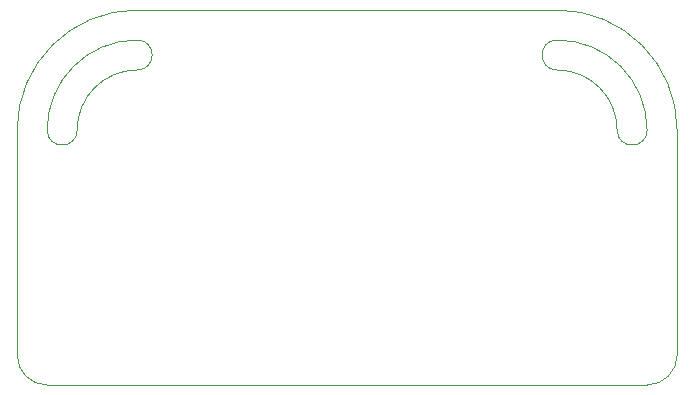
<source format=gm1>
G04 #@! TF.GenerationSoftware,KiCad,Pcbnew,7.0.9*
G04 #@! TF.CreationDate,2023-12-24T17:35:42+01:00*
G04 #@! TF.ProjectId,Fusebit Doctor TQFP32 adapter,46757365-6269-4742-9044-6f63746f7220,V1.0*
G04 #@! TF.SameCoordinates,Original*
G04 #@! TF.FileFunction,Profile,NP*
%FSLAX46Y46*%
G04 Gerber Fmt 4.6, Leading zero omitted, Abs format (unit mm)*
G04 Created by KiCad (PCBNEW 7.0.9) date 2023-12-24 17:35:42*
%MOMM*%
%LPD*%
G01*
G04 APERTURE LIST*
G04 #@! TA.AperFunction,Profile*
%ADD10C,0.100000*%
G04 #@! TD*
G04 APERTURE END LIST*
D10*
X22860000Y0D02*
G75*
G03*
X17780000Y5080000I-5080000J0D01*
G01*
X25400000Y0D02*
G75*
G03*
X17780000Y7620000I-7620000J0D01*
G01*
X17780000Y7620000D02*
G75*
G03*
X17780000Y5080000I0J-1270000D01*
G01*
X22860000Y0D02*
G75*
G03*
X25400000Y0I1270000J0D01*
G01*
X-25400000Y0D02*
G75*
G03*
X-22860000Y0I1270000J0D01*
G01*
X-17780000Y5080000D02*
G75*
G03*
X-17780000Y7620000I0J1270000D01*
G01*
X-17780000Y5080000D02*
G75*
G03*
X-22860000Y0I0J-5080000D01*
G01*
X-17780000Y7620000D02*
G75*
G03*
X-25400000Y0I0J-7620000D01*
G01*
X27940000Y0D02*
X27940000Y-19050000D01*
X27940000Y0D02*
G75*
G03*
X17780000Y10160000I-10160000J0D01*
G01*
X-27940000Y-19050000D02*
G75*
G03*
X-25400000Y-21590000I2540001J1D01*
G01*
X25400000Y-21590000D02*
X-25400000Y-21590000D01*
X25400000Y-21590000D02*
G75*
G03*
X27940000Y-19050000I0J2540000D01*
G01*
X-17780000Y10160000D02*
X17780000Y10160000D01*
X-27940000Y-19050000D02*
X-27940000Y0D01*
X-17780000Y10160000D02*
G75*
G03*
X-27940000Y0I0J-10160000D01*
G01*
M02*

</source>
